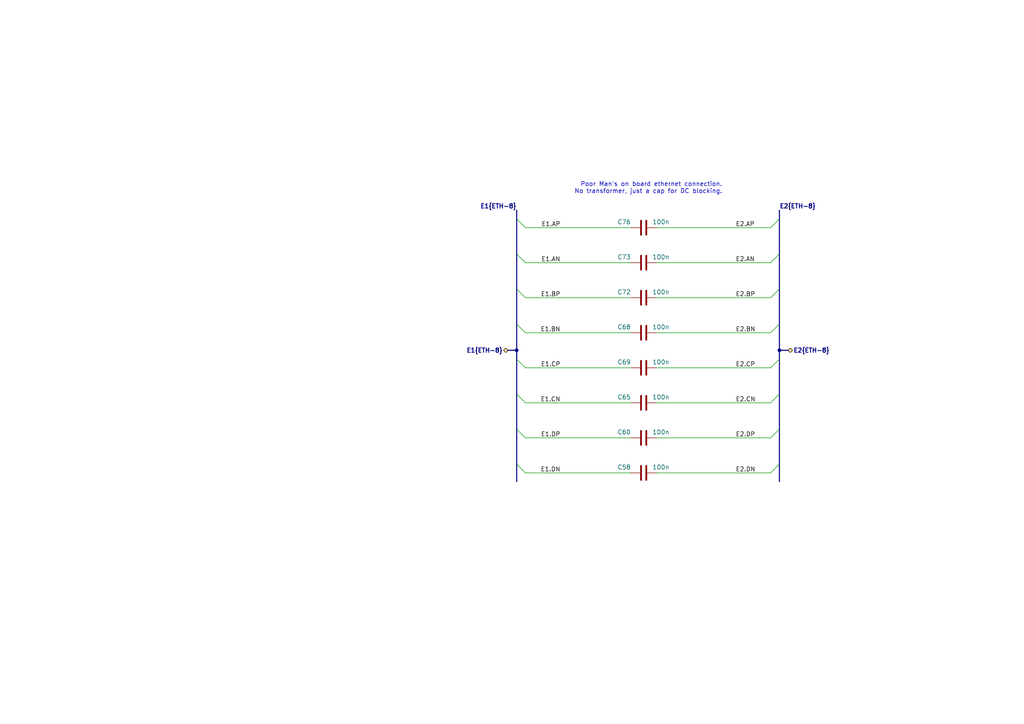
<source format=kicad_sch>
(kicad_sch (version 20230121) (generator eeschema)
  (paper "A4")
  (lib_symbols
    (symbol "Device:C" (pin_numbers hide) (pin_names (offset 0.254))
      (property "Reference" "C" (at 0.635 2.54 0))
      (property "Value" "C" (at 0.635 -2.54 0))
      (symbol "C_0_1"
        (polyline (pts (xy -2.032 -0.762) (xy 2.032 -0.762)) (stroke (width 0.508)))
        (polyline (pts (xy -2.032 0.762) (xy 2.032 0.762)) (stroke (width 0.508)))
      )
      (symbol "C_1_1"
        (pin passive line (at 0 3.81 270) (length 2.794) (name "~") (number "1"))
        (pin passive line (at 0 -3.81 90) (length 2.794) (name "~") (number "2"))
      )
    )
  )
  (junction (at 149.86 101.6))
  (junction (at 226.06 101.6))
  (bus_entry (at 226.06 93.98) (size -2.54 2.54))
  (bus_entry (at 149.86 104.14) (size 2.54 2.54))
  (bus_entry (at 226.06 134.62) (size -2.54 2.54))
  (bus_entry (at 149.86 93.98) (size 2.54 2.54))
  (bus_entry (at 149.86 73.66) (size 2.54 2.54))
  (bus_entry (at 149.86 83.82) (size 2.54 2.54))
  (bus_entry (at 226.06 83.82) (size -2.54 2.54))
  (bus_entry (at 149.86 114.3) (size 2.54 2.54))
  (bus_entry (at 226.06 73.66) (size -2.54 2.54))
  (bus_entry (at 149.86 63.5) (size 2.54 2.54))
  (bus_entry (at 226.06 114.3) (size -2.54 2.54))
  (bus_entry (at 226.06 124.46) (size -2.54 2.54))
  (bus_entry (at 149.86 124.46) (size 2.54 2.54))
  (bus_entry (at 149.86 134.62) (size 2.54 2.54))
  (bus_entry (at 226.06 63.5) (size -2.54 2.54))
  (bus_entry (at 226.06 104.14) (size -2.54 2.54))
  (bus (pts (xy 226.06 134.62) (xy 226.06 139.7)))
  (bus (pts (xy 226.06 101.6) (xy 226.06 104.14)))
  (bus (pts (xy 149.86 101.6) (xy 149.86 104.14)))
  (bus (pts (xy 149.86 83.82) (xy 149.86 93.98)))
  (bus (pts (xy 226.06 60.96) (xy 226.06 63.5)))
  (bus (pts (xy 149.86 114.3) (xy 149.86 124.46)))
  (wire (pts (xy 190.5 137.16) (xy 223.52 137.16)))
  (wire (pts (xy 190.5 96.52) (xy 223.52 96.52)))
  (wire (pts (xy 152.4 86.36) (xy 182.88 86.36)))
  (wire (pts (xy 152.4 66.04) (xy 182.88 66.04)))
  (wire (pts (xy 152.4 96.52) (xy 182.88 96.52)))
  (bus (pts (xy 149.86 101.6) (xy 147.32 101.6)))
  (bus (pts (xy 226.06 101.6) (xy 228.6 101.6)))
  (bus (pts (xy 226.06 93.98) (xy 226.06 101.6)))
  (bus (pts (xy 149.86 73.66) (xy 149.86 83.82)))
  (wire (pts (xy 190.5 106.68) (xy 223.52 106.68)))
  (bus (pts (xy 149.86 60.96) (xy 149.86 63.5)))
  (wire (pts (xy 152.4 76.2) (xy 182.88 76.2)))
  (bus (pts (xy 226.06 63.5) (xy 226.06 73.66)))
  (bus (pts (xy 149.86 104.14) (xy 149.86 114.3)))
  (bus (pts (xy 149.86 134.62) (xy 149.86 139.7)))
  (wire (pts (xy 190.5 127) (xy 223.52 127)))
  (wire (pts (xy 152.4 106.68) (xy 182.88 106.68)))
  (bus (pts (xy 149.86 124.46) (xy 149.86 134.62)))
  (wire (pts (xy 152.4 137.16) (xy 182.88 137.16)))
  (bus (pts (xy 226.06 104.14) (xy 226.06 114.3)))
  (wire (pts (xy 190.5 116.84) (xy 223.52 116.84)))
  (wire (pts (xy 190.5 66.04) (xy 223.52 66.04)))
  (bus (pts (xy 226.06 124.46) (xy 226.06 134.62)))
  (wire (pts (xy 190.5 86.36) (xy 223.52 86.36)))
  (bus (pts (xy 149.86 63.5) (xy 149.86 73.66)))
  (bus (pts (xy 226.06 114.3) (xy 226.06 124.46)))
  (bus (pts (xy 226.06 73.66) (xy 226.06 83.82)))
  (bus (pts (xy 149.86 93.98) (xy 149.86 101.6)))
  (wire (pts (xy 152.4 116.84) (xy 182.88 116.84)))
  (wire (pts (xy 152.4 127) (xy 182.88 127)))
  (bus (pts (xy 226.06 83.82) (xy 226.06 93.98)))
  (wire (pts (xy 190.5 76.2) (xy 223.52 76.2)))
  (text "Poor Man's on board ethernet connection.\nNo transformer, just a cap for DC blocking." (at 209.5421 56.3284 0) (effects (font (size 1.27 1.27)) (justify right bottom)))
  (label "E1.DP" (at 162.56 127 180))
  (label "E1.AP" (at 162.56 66.04 180))
  (label "E1.CP" (at 162.56 106.68 180))
  (label "E1.CN" (at 162.56 116.84 180))
  (label "E2.CP" (at 213.36 106.68 0))
  (label "E1.BP" (at 162.56 86.36 180))
  (label "E2.CN" (at 213.36 116.84 0))
  (label "E2.AP" (at 213.36 66.04 0))
  (label "E1.AN" (at 162.56 76.2 180))
  (label "E1{ETH-8}" (at 149.86 60.96 180) (effects (font bold)))
  (label "E1.DN" (at 162.56 137.16 180))
  (label "E2{ETH-8}" (at 226.06 60.96 0) (effects (font bold)))
  (label "E2.DN" (at 213.36 137.16 0))
  (label "E2.BP" (at 213.36 86.36 0))
  (label "E1.BN" (at 162.56 96.52 180))
  (label "E2.BN" (at 213.36 96.52 0))
  (label "E2.AN" (at 213.36 76.2 0))
  (label "E2.DP" (at 213.36 127 0))
  (hierarchical_label "E1{ETH-8}" (shape bidirectional) (at 147.32 101.6 180) (effects (font bold)))
  (hierarchical_label "E2{ETH-8}" (shape bidirectional) (at 228.6 101.6 0) (effects (font bold)))
  (symbol (lib_id "Device:C") (at 186.69 96.52 90) (unit 1)
    (property "Reference" "C68" (at 182.9816 94.869 90) (effects (justify left)))
    (property "Value" "100n" (at 194.183 94.869 90) (effects (justify left)))
    (property "Footprint" "Capacitor_SMD:C_0603_1608Metric" (effects hide))
    (property "Datasheet" "https://search.murata.co.jp/Ceramy/image/img/A01X/G101/ENG/GRM21BR71A106KA73-01.pdf" (effects hide))
    (property "LCSC Part Number" "C14663" (effects hide))
    (instances (project "Hepta-Pi_1.1" (path "" (reference "C68") (unit 1)) (path "" (reference "C37") (unit 1)) (path "" (reference "C98") (unit 1)) (path "" (reference "C75") (unit 1)) (path "" (reference "C144") (unit 1)) (path "" (reference "C151") (unit 1))))
  )
  (symbol (lib_id "Device:C") (at 186.69 127 90) (unit 1)
    (property "Reference" "C60" (at 182.9816 125.349 90) (effects (justify left)))
    (property "Value" "100n" (at 194.183 125.349 90) (effects (justify left)))
    (property "Footprint" "Capacitor_SMD:C_0603_1608Metric" (effects hide))
    (property "Datasheet" "https://search.murata.co.jp/Ceramy/image/img/A01X/G101/ENG/GRM21BR71A106KA73-01.pdf" (effects hide))
    (property "LCSC Part Number" "C14663" (effects hide))
    (instances (project "Hepta-Pi_1.1" (path "" (reference "C60") (unit 1)) (path "" (reference "C51") (unit 1)) (path "" (reference "C99") (unit 1)) (path "" (reference "C63") (unit 1)) (path "" (reference "C150") (unit 1)) (path "" (reference "C156") (unit 1))))
  )
  (symbol (lib_id "Device:C") (at 186.69 86.36 90) (unit 1)
    (property "Reference" "C72" (at 182.9816 84.709 90) (effects (justify left)))
    (property "Value" "100n" (at 194.183 84.709 90) (effects (justify left)))
    (property "Footprint" "Capacitor_SMD:C_0603_1608Metric" (effects hide))
    (property "Datasheet" "https://search.murata.co.jp/Ceramy/image/img/A01X/G101/ENG/GRM21BR71A106KA73-01.pdf" (effects hide))
    (property "LCSC Part Number" "C14663" (effects hide))
    (instances (project "Hepta-Pi_1.1" (path "" (reference "C72") (unit 1)) (path "" (reference "C35") (unit 1)) (path "" (reference "C97") (unit 1)) (path "" (reference "C77") (unit 1)) (path "" (reference "C145") (unit 1)) (path "" (reference "C152") (unit 1))))
  )
  (symbol (lib_id "Device:C") (at 186.69 116.84 90) (unit 1)
    (property "Reference" "C65" (at 182.9816 115.189 90) (effects (justify left)))
    (property "Value" "100n" (at 194.183 115.189 90) (effects (justify left)))
    (property "Footprint" "Capacitor_SMD:C_0603_1608Metric" (effects hide))
    (property "Datasheet" "https://search.murata.co.jp/Ceramy/image/img/A01X/G101/ENG/GRM21BR71A106KA73-01.pdf" (effects hide))
    (property "LCSC Part Number" "C14663" (effects hide))
    (instances (project "Hepta-Pi_1.1" (path "" (reference "C65") (unit 1)) (path "" (reference "C52") (unit 1)) (path "" (reference "C94") (unit 1)) (path "" (reference "C66") (unit 1)) (path "" (reference "C148") (unit 1)) (path "" (reference "C157") (unit 1))))
  )
  (symbol (lib_id "Device:C") (at 186.69 66.04 90) (unit 1)
    (property "Reference" "C76" (at 182.9816 64.389 90) (effects (justify left)))
    (property "Value" "100n" (at 194.183 64.389 90) (effects (justify left)))
    (property "Footprint" "Capacitor_SMD:C_0603_1608Metric" (effects hide))
    (property "Datasheet" "https://search.murata.co.jp/Ceramy/image/img/A01X/G101/ENG/GRM21BR71A106KA73-01.pdf" (effects hide))
    (property "LCSC Part Number" "C14663" (effects hide))
    (instances (project "Hepta-Pi_1.1" (path "" (reference "C76") (unit 1)) (path "" (reference "C36") (unit 1)) (path "" (reference "C91") (unit 1)) (path "" (reference "C81") (unit 1)) (path "" (reference "C142") (unit 1)) (path "" (reference "C154") (unit 1))))
  )
  (symbol (lib_id "Device:C") (at 186.69 106.68 90) (unit 1)
    (property "Reference" "C69" (at 182.9816 105.029 90) (effects (justify left)))
    (property "Value" "100n" (at 194.183 105.029 90) (effects (justify left)))
    (property "Footprint" "Capacitor_SMD:C_0603_1608Metric" (effects hide))
    (property "Datasheet" "https://search.murata.co.jp/Ceramy/image/img/A01X/G101/ENG/GRM21BR71A106KA73-01.pdf" (effects hide))
    (property "LCSC Part Number" "C14663" (effects hide))
    (instances (project "Hepta-Pi_1.1" (path "" (reference "C69") (unit 1)) (path "" (reference "C49") (unit 1)) (path "" (reference "C93") (unit 1)) (path "" (reference "C70") (unit 1)) (path "" (reference "C147") (unit 1)) (path "" (reference "C158") (unit 1))))
  )
  (symbol (lib_id "Device:C") (at 186.69 76.2 90) (unit 1)
    (property "Reference" "C73" (at 182.9816 74.549 90) (effects (justify left)))
    (property "Value" "100n" (at 194.183 74.549 90) (effects (justify left)))
    (property "Footprint" "Capacitor_SMD:C_0603_1608Metric" (effects hide))
    (property "Datasheet" "https://search.murata.co.jp/Ceramy/image/img/A01X/G101/ENG/GRM21BR71A106KA73-01.pdf" (effects hide))
    (property "LCSC Part Number" "C14663" (effects hide))
    (instances (project "Hepta-Pi_1.1" (path "" (reference "C73") (unit 1)) (path "" (reference "C47") (unit 1)) (path "" (reference "C92") (unit 1)) (path "" (reference "C80") (unit 1)) (path "" (reference "C143") (unit 1)) (path "" (reference "C153") (unit 1))))
  )
  (symbol (lib_id "Device:C") (at 186.69 137.16 90) (unit 1)
    (property "Reference" "C58" (at 182.9816 135.509 90) (effects (justify left)))
    (property "Value" "100n" (at 194.183 135.509 90) (effects (justify left)))
    (property "Footprint" "Capacitor_SMD:C_0603_1608Metric" (effects hide))
    (property "Datasheet" "https://search.murata.co.jp/Ceramy/image/img/A01X/G101/ENG/GRM21BR71A106KA73-01.pdf" (effects hide))
    (property "LCSC Part Number" "C14663" (effects hide))
    (instances (project "Hepta-Pi_1.1" (path "" (reference "C58") (unit 1)) (path "" (reference "C55") (unit 1)) (path "" (reference "C100") (unit 1)) (path "" (reference "C56") (unit 1)) (path "" (reference "C149") (unit 1)) (path "" (reference "C155") (unit 1))))
  )
)
</source>
